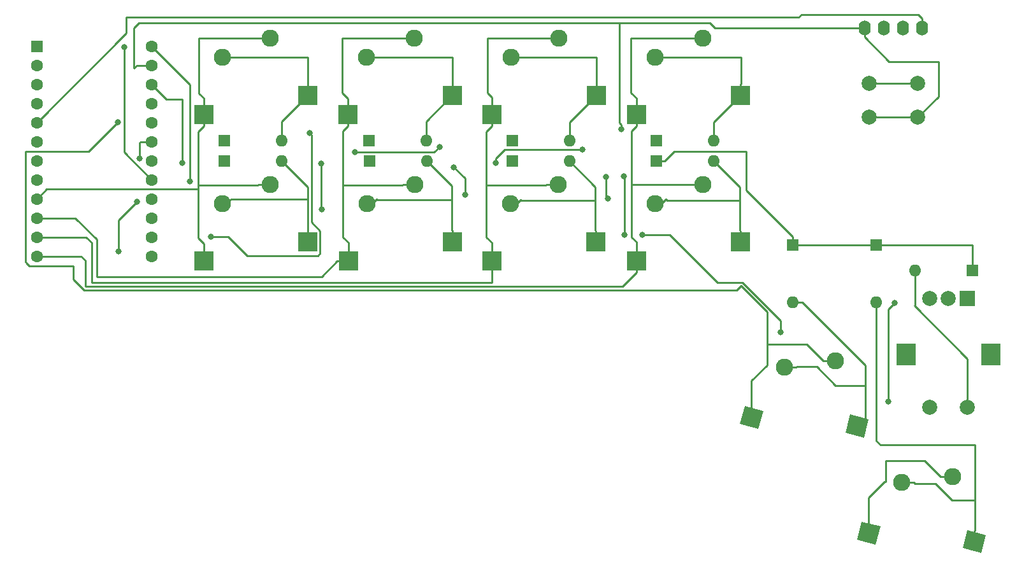
<source format=gbr>
G04 #@! TF.GenerationSoftware,KiCad,Pcbnew,(5.1.4)-1*
G04 #@! TF.CreationDate,2021-07-29T18:33:23-04:00*
G04 #@! TF.ProjectId,chayzer,63686179-7a65-4722-9e6b-696361645f70,rev?*
G04 #@! TF.SameCoordinates,Original*
G04 #@! TF.FileFunction,Copper,L2,Bot*
G04 #@! TF.FilePolarity,Positive*
%FSLAX46Y46*%
G04 Gerber Fmt 4.6, Leading zero omitted, Abs format (unit mm)*
G04 Created by KiCad (PCBNEW (5.1.4)-1) date 2021-07-29 18:33:23*
%MOMM*%
%LPD*%
G04 APERTURE LIST*
%ADD10R,2.550000X2.500000*%
%ADD11C,2.286000*%
%ADD12C,1.600000*%
%ADD13R,1.600000X1.600000*%
%ADD14C,2.500000*%
%ADD15C,0.100000*%
%ADD16C,2.000000*%
%ADD17R,2.000000X2.000000*%
%ADD18R,2.500000X3.000000*%
%ADD19O,1.600000X2.000000*%
%ADD20O,1.600000X1.600000*%
%ADD21C,0.800000*%
%ADD22C,0.250000*%
G04 APERTURE END LIST*
D10*
X179935000Y-79540000D03*
D11*
X168565000Y-74460000D03*
X174915000Y-71920000D03*
D10*
X166085000Y-82080000D03*
D12*
X101687500Y-72967500D03*
X101687500Y-75507500D03*
X101687500Y-78047500D03*
X101687500Y-80587500D03*
X101687500Y-83127500D03*
X101687500Y-85667500D03*
X101687500Y-88207500D03*
X101687500Y-90747500D03*
X101687500Y-93287500D03*
X101687500Y-95827500D03*
X101687500Y-98367500D03*
X101687500Y-100907500D03*
X86447500Y-100907500D03*
X86447500Y-98367500D03*
X86447500Y-95827500D03*
X86447500Y-93287500D03*
X86447500Y-90747500D03*
X86447500Y-88207500D03*
X86447500Y-85667500D03*
X86447500Y-83127500D03*
X86447500Y-80587500D03*
X86447500Y-78047500D03*
X86447500Y-75507500D03*
D13*
X86447500Y-72967500D03*
D14*
X210988749Y-138878874D03*
D15*
G36*
X209433670Y-139756287D02*
G01*
X210080717Y-137341472D01*
X212543828Y-138001461D01*
X211896781Y-140416276D01*
X209433670Y-139756287D01*
X209433670Y-139756287D01*
G37*
D11*
X201320973Y-131029198D03*
X208112002Y-130219247D03*
D14*
X196953276Y-137747681D03*
D15*
G36*
X195398197Y-138625094D02*
G01*
X196045244Y-136210279D01*
X198508355Y-136870268D01*
X197861308Y-139285083D01*
X195398197Y-138625094D01*
X195398197Y-138625094D01*
G37*
D16*
X203500000Y-82437500D03*
X203500000Y-77937500D03*
X197000000Y-82437500D03*
X197000000Y-77937500D03*
D17*
X210056250Y-106500000D03*
D16*
X207556250Y-106500000D03*
X205056250Y-106500000D03*
D18*
X213156250Y-114000000D03*
X201956250Y-114000000D03*
D16*
X210056250Y-121000000D03*
X205056250Y-121000000D03*
D19*
X198951250Y-70525000D03*
X196411250Y-70525000D03*
X201491250Y-70525000D03*
X204031250Y-70525000D03*
D10*
X160716250Y-99040000D03*
D11*
X149346250Y-93960000D03*
X155696250Y-91420000D03*
D10*
X146866250Y-101580000D03*
X141622500Y-79540000D03*
D11*
X130252500Y-74460000D03*
X136602500Y-71920000D03*
D10*
X127772500Y-82080000D03*
D14*
X195426249Y-123503874D03*
D15*
G36*
X193871170Y-124381287D02*
G01*
X194518217Y-121966472D01*
X196981328Y-122626461D01*
X196334281Y-125041276D01*
X193871170Y-124381287D01*
X193871170Y-124381287D01*
G37*
D11*
X185758473Y-115654198D03*
X192549502Y-114844247D03*
D14*
X181390776Y-122372681D03*
D15*
G36*
X179835697Y-123250094D02*
G01*
X180482744Y-120835279D01*
X182945855Y-121495268D01*
X182298808Y-123910083D01*
X179835697Y-123250094D01*
X179835697Y-123250094D01*
G37*
D10*
X122466250Y-79540000D03*
D11*
X111096250Y-74460000D03*
X117446250Y-71920000D03*
D10*
X108616250Y-82080000D03*
X160778750Y-79540000D03*
D11*
X149408750Y-74460000D03*
X155758750Y-71920000D03*
D10*
X146928750Y-82080000D03*
X122466250Y-99040000D03*
D11*
X111096250Y-93960000D03*
X117446250Y-91420000D03*
D10*
X108616250Y-101580000D03*
X141685000Y-99040000D03*
D11*
X130315000Y-93960000D03*
X136665000Y-91420000D03*
D10*
X127835000Y-101580000D03*
X179935000Y-99040000D03*
D11*
X168565000Y-93960000D03*
X174915000Y-91420000D03*
D10*
X166085000Y-101580000D03*
D20*
X157213750Y-88250000D03*
D13*
X149593750Y-88250000D03*
D20*
X138182500Y-85531250D03*
D13*
X130562500Y-85531250D03*
D20*
X186906250Y-107026250D03*
D13*
X186906250Y-99406250D03*
D20*
X118963750Y-85531250D03*
D13*
X111343750Y-85531250D03*
D20*
X157213750Y-85531250D03*
D13*
X149593750Y-85531250D03*
D20*
X118963750Y-88250000D03*
D13*
X111343750Y-88250000D03*
D20*
X138250000Y-88250000D03*
D13*
X130630000Y-88250000D03*
D20*
X176406250Y-88250000D03*
D13*
X168786250Y-88250000D03*
D20*
X203098750Y-102781250D03*
D13*
X210718750Y-102781250D03*
D20*
X197968750Y-107026250D03*
D13*
X197968750Y-99406250D03*
D20*
X176406250Y-85531250D03*
D13*
X168786250Y-85531250D03*
D21*
X97281250Y-100250000D03*
X99718750Y-93687500D03*
X97187500Y-83093750D03*
X164062500Y-84000000D03*
X128718750Y-87093750D03*
X139968750Y-86343750D03*
X106781250Y-90937500D03*
X200437500Y-107156250D03*
X199593750Y-120281250D03*
X124218750Y-88618750D03*
X124289641Y-94664641D03*
X141843750Y-89062500D03*
X143343750Y-92718750D03*
X162093750Y-90375000D03*
X162281250Y-93281250D03*
X122718750Y-84562500D03*
X109593750Y-98343750D03*
X147375000Y-88500000D03*
X158906250Y-86718750D03*
X185250000Y-111000000D03*
X166875000Y-98062500D03*
X164531250Y-98062500D03*
X164437500Y-90281250D03*
X98029222Y-73060472D03*
X100093750Y-87875000D03*
X105718750Y-88531250D03*
D22*
X179910000Y-79540000D02*
X179935000Y-79540000D01*
X176406250Y-83043750D02*
X179910000Y-79540000D01*
X176406250Y-85531250D02*
X176406250Y-83043750D01*
X179935000Y-78040000D02*
X179968750Y-78006250D01*
X179935000Y-79540000D02*
X179935000Y-78040000D01*
X179968750Y-78006250D02*
X179968750Y-74468750D01*
X179960000Y-74460000D02*
X168565000Y-74460000D01*
X179968750Y-74468750D02*
X179960000Y-74460000D01*
X197968750Y-125468750D02*
X197968750Y-107026250D01*
X198531250Y-126031250D02*
X197968750Y-125468750D01*
X211093750Y-126031250D02*
X198531250Y-126031250D01*
X210988749Y-138878874D02*
X210988749Y-137484779D01*
X210988749Y-137484779D02*
X211093750Y-137379778D01*
X208000000Y-133343750D02*
X211093750Y-133343750D01*
X211093750Y-133343750D02*
X211093750Y-126031250D01*
X211093750Y-137379778D02*
X211093750Y-133343750D01*
X201320973Y-131029198D02*
X202937419Y-131029198D01*
X202937419Y-131029198D02*
X203095721Y-131187500D01*
X203095721Y-131187500D02*
X205843750Y-131187500D01*
X205843750Y-131187500D02*
X208000000Y-133343750D01*
X187956250Y-99406250D02*
X197968750Y-99406250D01*
X186906250Y-99406250D02*
X187956250Y-99406250D01*
X210718750Y-99406250D02*
X210718750Y-102781250D01*
X197968750Y-99406250D02*
X210718750Y-99406250D01*
X186906250Y-98356250D02*
X180718750Y-92168750D01*
X186906250Y-99406250D02*
X186906250Y-98356250D01*
X180718750Y-92168750D02*
X180718750Y-86937500D01*
X169836250Y-88250000D02*
X168786250Y-88250000D01*
X171148750Y-86937500D02*
X169836250Y-88250000D01*
X180718750Y-86937500D02*
X171148750Y-86937500D01*
X210056250Y-121000000D02*
X210056250Y-114556250D01*
X210056250Y-114556250D02*
X203000000Y-107500000D01*
X203098750Y-107401250D02*
X203098750Y-102781250D01*
X203000000Y-107500000D02*
X203098750Y-107401250D01*
X179875000Y-91718750D02*
X176406250Y-88250000D01*
X179935000Y-99040000D02*
X179935000Y-97540000D01*
X179935000Y-97540000D02*
X179875000Y-97480000D01*
X168565000Y-93960000D02*
X169383750Y-93960000D01*
X169383750Y-93960000D02*
X170031250Y-93312500D01*
X170218750Y-93500000D02*
X179875000Y-93500000D01*
X170031250Y-93312500D02*
X170218750Y-93500000D01*
X179875000Y-97480000D02*
X179875000Y-93500000D01*
X179875000Y-93500000D02*
X179875000Y-91718750D01*
X141531250Y-91531250D02*
X138250000Y-88250000D01*
X141685000Y-99040000D02*
X141685000Y-97540000D01*
X141685000Y-97540000D02*
X141531250Y-97386250D01*
X130315000Y-93960000D02*
X130946250Y-93960000D01*
X130946250Y-93960000D02*
X131593750Y-93312500D01*
X131687500Y-93406250D02*
X141531250Y-93406250D01*
X131593750Y-93312500D02*
X131687500Y-93406250D01*
X141531250Y-97386250D02*
X141531250Y-93406250D01*
X141531250Y-93406250D02*
X141531250Y-91531250D01*
X122466250Y-91752500D02*
X118963750Y-88250000D01*
X111096250Y-93960000D02*
X111633750Y-93960000D01*
X111633750Y-93960000D02*
X112281250Y-93312500D01*
X112315000Y-93346250D02*
X122466250Y-93346250D01*
X112281250Y-93312500D02*
X112315000Y-93346250D01*
X122466250Y-99040000D02*
X122466250Y-93346250D01*
X122466250Y-93346250D02*
X122466250Y-91752500D01*
X160753750Y-79540000D02*
X160778750Y-79540000D01*
X157213750Y-83080000D02*
X160753750Y-79540000D01*
X157213750Y-85531250D02*
X157213750Y-83080000D01*
X160778750Y-78040000D02*
X160750000Y-78011250D01*
X160778750Y-79540000D02*
X160778750Y-78040000D01*
X160750000Y-78011250D02*
X160750000Y-74468750D01*
X160741250Y-74460000D02*
X149408750Y-74460000D01*
X160750000Y-74468750D02*
X160741250Y-74460000D01*
X122466250Y-77739666D02*
X122406250Y-77679666D01*
X122466250Y-79540000D02*
X122466250Y-77739666D01*
X122406250Y-77679666D02*
X122406250Y-74468750D01*
X122397500Y-74460000D02*
X111096250Y-74460000D01*
X122406250Y-74468750D02*
X122397500Y-74460000D01*
X122441250Y-79540000D02*
X122466250Y-79540000D01*
X118963750Y-83017500D02*
X122441250Y-79540000D01*
X118963750Y-85531250D02*
X118963750Y-83017500D01*
X195426249Y-123503874D02*
X196517579Y-122412544D01*
X188151250Y-107026250D02*
X186906250Y-107026250D01*
X196517579Y-115392579D02*
X188151250Y-107026250D01*
X192580079Y-118111329D02*
X196517579Y-118111329D01*
X196517579Y-122412544D02*
X196517579Y-118111329D01*
X185758473Y-115654198D02*
X187374919Y-115654198D01*
X196517579Y-118111329D02*
X196517579Y-115392579D01*
X187374919Y-115654198D02*
X187404117Y-115625000D01*
X187404117Y-115625000D02*
X190093750Y-115625000D01*
X190093750Y-115625000D02*
X192580079Y-118111329D01*
X141597500Y-79540000D02*
X141622500Y-79540000D01*
X138182500Y-82955000D02*
X141597500Y-79540000D01*
X138182500Y-85531250D02*
X138182500Y-82955000D01*
X141622500Y-78040000D02*
X141625000Y-78037500D01*
X141622500Y-79540000D02*
X141622500Y-78040000D01*
X141625000Y-78037500D02*
X141625000Y-74468750D01*
X141616250Y-74460000D02*
X130252500Y-74460000D01*
X141625000Y-74468750D02*
X141616250Y-74460000D01*
X160656250Y-91692500D02*
X157213750Y-88250000D01*
X160716250Y-99040000D02*
X160716250Y-97540000D01*
X160716250Y-97540000D02*
X160656250Y-97480000D01*
X149346250Y-93960000D02*
X150165000Y-93960000D01*
X150165000Y-93960000D02*
X150718750Y-93406250D01*
X150812500Y-93500000D02*
X160656250Y-93500000D01*
X150718750Y-93406250D02*
X150812500Y-93500000D01*
X160656250Y-97480000D02*
X160656250Y-93500000D01*
X160656250Y-93500000D02*
X160656250Y-91692500D01*
X173298554Y-71920000D02*
X173281054Y-71937500D01*
X174915000Y-71920000D02*
X173298554Y-71920000D01*
X173281054Y-71937500D02*
X165343750Y-71937500D01*
X165343750Y-71937500D02*
X165343750Y-79156250D01*
X166085000Y-80580000D02*
X166085000Y-82080000D01*
X166085000Y-79897500D02*
X166085000Y-80580000D01*
X165343750Y-79156250D02*
X166085000Y-79897500D01*
X174915000Y-91420000D02*
X165420000Y-91420000D01*
X165420000Y-91420000D02*
X165437500Y-91437500D01*
X166085000Y-99022500D02*
X166085000Y-101580000D01*
X165437500Y-98375000D02*
X166085000Y-99022500D01*
X165437500Y-84227500D02*
X165437500Y-91718750D01*
X166085000Y-83580000D02*
X165437500Y-84227500D01*
X166085000Y-82080000D02*
X166085000Y-83580000D01*
X165437500Y-91437500D02*
X165437500Y-91718750D01*
X165437500Y-91718750D02*
X165437500Y-98375000D01*
X92313750Y-100907500D02*
X86447500Y-100907500D01*
X92875000Y-101468750D02*
X92313750Y-100907500D01*
X92875000Y-104937500D02*
X92875000Y-101468750D01*
X164227500Y-104937500D02*
X92875000Y-104937500D01*
X166085000Y-101580000D02*
X166085000Y-103080000D01*
X166085000Y-103080000D02*
X164227500Y-104937500D01*
X196953276Y-133046724D02*
X196953276Y-137747681D01*
X206495556Y-130219247D02*
X204370059Y-128093750D01*
X204370059Y-128093750D02*
X199187500Y-128093750D01*
X208112002Y-130219247D02*
X206495556Y-130219247D01*
X199187500Y-128093750D02*
X199187500Y-130906250D01*
X199187500Y-130906250D02*
X199093750Y-130906250D01*
X199093750Y-130906250D02*
X196953276Y-133046724D01*
X97281250Y-100250000D02*
X97281250Y-96125000D01*
X97281250Y-96125000D02*
X99718750Y-93687500D01*
X134986054Y-71920000D02*
X134968554Y-71937500D01*
X136602500Y-71920000D02*
X134986054Y-71920000D01*
X134968554Y-71937500D02*
X127000000Y-71937500D01*
X127000000Y-71937500D02*
X127000000Y-79156250D01*
X127772500Y-79928750D02*
X127772500Y-82080000D01*
X127000000Y-79156250D02*
X127772500Y-79928750D01*
X135048554Y-91420000D02*
X135031054Y-91437500D01*
X136665000Y-91420000D02*
X135048554Y-91420000D01*
X135031054Y-91437500D02*
X127093750Y-91437500D01*
X127835000Y-99116250D02*
X127835000Y-101580000D01*
X127093750Y-98375000D02*
X127835000Y-99116250D01*
X127093750Y-84258750D02*
X127093750Y-91531250D01*
X127772500Y-83580000D02*
X127093750Y-84258750D01*
X127772500Y-82080000D02*
X127772500Y-83580000D01*
X127093750Y-91437500D02*
X127093750Y-91531250D01*
X127093750Y-91531250D02*
X127093750Y-98375000D01*
X91546250Y-95827500D02*
X86447500Y-95827500D01*
X94375000Y-98656250D02*
X91546250Y-95827500D01*
X94375000Y-103625000D02*
X94375000Y-98656250D01*
X124265000Y-103625000D02*
X94375000Y-103625000D01*
X127835000Y-101580000D02*
X126310000Y-101580000D01*
X126310000Y-101580000D02*
X124265000Y-103625000D01*
X117446250Y-71920000D02*
X107951250Y-71920000D01*
X107951250Y-71920000D02*
X107968750Y-71937500D01*
X107968750Y-71937500D02*
X107968750Y-79250000D01*
X108616250Y-79897500D02*
X108616250Y-82080000D01*
X107968750Y-79250000D02*
X108616250Y-79897500D01*
X115829804Y-91420000D02*
X115812304Y-91437500D01*
X117446250Y-91420000D02*
X115829804Y-91420000D01*
X115812304Y-91437500D02*
X107875000Y-91437500D01*
X108616250Y-99210000D02*
X108616250Y-101580000D01*
X107875000Y-98468750D02*
X108616250Y-99210000D01*
X107875000Y-84321250D02*
X107875000Y-91625000D01*
X108616250Y-83580000D02*
X107875000Y-84321250D01*
X108616250Y-82080000D02*
X108616250Y-83580000D01*
X107875000Y-91437500D02*
X107875000Y-91625000D01*
X87735000Y-92000000D02*
X86447500Y-93287500D01*
X107875000Y-92000000D02*
X87735000Y-92000000D01*
X107875000Y-92000000D02*
X107875000Y-98468750D01*
X107875000Y-91625000D02*
X107875000Y-92000000D01*
X154142304Y-71920000D02*
X154124804Y-71937500D01*
X155758750Y-71920000D02*
X154142304Y-71920000D01*
X154124804Y-71937500D02*
X146312500Y-71937500D01*
X146312500Y-71937500D02*
X146312500Y-79156250D01*
X146928750Y-79772500D02*
X146928750Y-82080000D01*
X146312500Y-79156250D02*
X146928750Y-79772500D01*
X154079804Y-91420000D02*
X154062304Y-91437500D01*
X155696250Y-91420000D02*
X154079804Y-91420000D01*
X154062304Y-91437500D02*
X146125000Y-91437500D01*
X146866250Y-99116250D02*
X146866250Y-101580000D01*
X146125000Y-98375000D02*
X146866250Y-99116250D01*
X146125000Y-84383750D02*
X146125000Y-91718750D01*
X146928750Y-83580000D02*
X146125000Y-84383750D01*
X146928750Y-82080000D02*
X146928750Y-83580000D01*
X146125000Y-91437500D02*
X146125000Y-91718750D01*
X146125000Y-91718750D02*
X146125000Y-98375000D01*
X92961250Y-98367500D02*
X86447500Y-98367500D01*
X146866250Y-101580000D02*
X146866250Y-103080000D01*
X146875000Y-104375000D02*
X93718750Y-104375000D01*
X146875000Y-103088750D02*
X146875000Y-104375000D01*
X93718750Y-104375000D02*
X93718750Y-99125000D01*
X146866250Y-103080000D02*
X146875000Y-103088750D01*
X93718750Y-99125000D02*
X92961250Y-98367500D01*
X181390776Y-117484224D02*
X181390776Y-122372681D01*
X183437500Y-115437500D02*
X181390776Y-117484224D01*
X183437500Y-112625000D02*
X183437500Y-115437500D01*
X188713809Y-112625000D02*
X183437500Y-112625000D01*
X192549502Y-114844247D02*
X190933056Y-114844247D01*
X190933056Y-114844247D02*
X188713809Y-112625000D01*
X179968750Y-104843750D02*
X179406250Y-105406250D01*
X131031250Y-105406250D02*
X122500000Y-105406250D01*
X183437500Y-112625000D02*
X183437500Y-108312500D01*
X179406250Y-105406250D02*
X163656250Y-105406250D01*
X183437500Y-108312500D02*
X179968750Y-104843750D01*
X122500000Y-105406250D02*
X105693750Y-105406250D01*
X163656250Y-105406250D02*
X131031250Y-105406250D01*
X92687500Y-105406250D02*
X91281250Y-104000000D01*
X91281250Y-104000000D02*
X91281250Y-103062500D01*
X105693750Y-105406250D02*
X92687500Y-105406250D01*
X91281250Y-103062500D02*
X91281250Y-102218750D01*
X91281250Y-102218750D02*
X85468750Y-102218750D01*
X85468750Y-102218750D02*
X85093750Y-101843750D01*
X85093750Y-101843750D02*
X84906250Y-101656250D01*
X84906250Y-101656250D02*
X84906250Y-92000000D01*
X84906250Y-92000000D02*
X84906250Y-87125000D01*
X84906250Y-87125000D02*
X84906250Y-86937500D01*
X84906250Y-86937500D02*
X93343750Y-86937500D01*
X93343750Y-86937500D02*
X97187500Y-83093750D01*
X206218750Y-79718750D02*
X203500000Y-82437500D01*
X206218750Y-75031250D02*
X206218750Y-79718750D01*
X199667500Y-75031250D02*
X206218750Y-75031250D01*
X196411250Y-70525000D02*
X196411250Y-71775000D01*
X196411250Y-71775000D02*
X199667500Y-75031250D01*
X198414213Y-82437500D02*
X203500000Y-82437500D01*
X197000000Y-82437500D02*
X198414213Y-82437500D01*
X99711250Y-75507500D02*
X101687500Y-75507500D01*
X176493750Y-70525000D02*
X175843750Y-69875000D01*
X196411250Y-70525000D02*
X176493750Y-70525000D01*
X100000000Y-69875000D02*
X99343750Y-70531250D01*
X99343750Y-70531250D02*
X99343750Y-75875000D01*
X99343750Y-75875000D02*
X99711250Y-75507500D01*
X163812500Y-83184315D02*
X163812500Y-69875000D01*
X164062500Y-83434315D02*
X163812500Y-83184315D01*
X164062500Y-84000000D02*
X164062500Y-83434315D01*
X175843750Y-69875000D02*
X163812500Y-69875000D01*
X163812500Y-69875000D02*
X100000000Y-69875000D01*
X98312500Y-71262500D02*
X86447500Y-83127500D01*
X204031250Y-69275000D02*
X203506250Y-68750000D01*
X203506250Y-68750000D02*
X188031250Y-68750000D01*
X188031250Y-68750000D02*
X187656250Y-69125000D01*
X187656250Y-69125000D02*
X98312500Y-69125000D01*
X204031250Y-70525000D02*
X204031250Y-69275000D01*
X98312500Y-69125000D02*
X98312500Y-71262500D01*
X128718750Y-87093750D02*
X139218750Y-87093750D01*
X139218750Y-87093750D02*
X139968750Y-86343750D01*
X106781250Y-78936248D02*
X106781250Y-90937500D01*
X101687500Y-72967500D02*
X106781250Y-78061250D01*
X106781250Y-78061250D02*
X106781250Y-78936248D01*
X200437500Y-107156250D02*
X199593750Y-108000000D01*
X199593750Y-108000000D02*
X199593750Y-120281250D01*
X124218750Y-94593750D02*
X124289641Y-94664641D01*
X124218750Y-88618750D02*
X124218750Y-94593750D01*
X141843750Y-89062500D02*
X143343750Y-90562500D01*
X143343750Y-90562500D02*
X143343750Y-92718750D01*
X162093750Y-90375000D02*
X162093750Y-93093750D01*
X162093750Y-93093750D02*
X162281250Y-93281250D01*
X114352253Y-100865001D02*
X111831002Y-98343750D01*
X122916260Y-84760010D02*
X122916260Y-96380008D01*
X122718750Y-84562500D02*
X122916260Y-84760010D01*
X122916260Y-96380008D02*
X124066251Y-97529999D01*
X111831002Y-98343750D02*
X109593750Y-98343750D01*
X124066251Y-97529999D02*
X124066251Y-100550001D01*
X124066251Y-100550001D02*
X123751251Y-100865001D01*
X123751251Y-100865001D02*
X114352253Y-100865001D01*
X148590565Y-86718750D02*
X158906250Y-86718750D01*
X147375000Y-88500000D02*
X147375000Y-87934315D01*
X147375000Y-87934315D02*
X148590565Y-86718750D01*
X170505526Y-98062500D02*
X166875000Y-98062500D01*
X176836767Y-104393741D02*
X170505526Y-98062500D01*
X180155151Y-104393741D02*
X176836767Y-104393741D01*
X185250000Y-111000000D02*
X185250000Y-109488590D01*
X185250000Y-109488590D02*
X180155151Y-104393741D01*
X164531250Y-98062500D02*
X164531250Y-90375000D01*
X164531250Y-90375000D02*
X164437500Y-90281250D01*
X98029222Y-87089222D02*
X101687500Y-90747500D01*
X98029222Y-73060472D02*
X98029222Y-87089222D01*
X100093750Y-87875000D02*
X100093750Y-85812500D01*
X100238750Y-85667500D02*
X101687500Y-85667500D01*
X100093750Y-85812500D02*
X100238750Y-85667500D01*
X202085787Y-77937500D02*
X197000000Y-77937500D01*
X203500000Y-77937500D02*
X202085787Y-77937500D01*
X103640000Y-80000000D02*
X101687500Y-78047500D01*
X105718750Y-88531250D02*
X105718750Y-80000000D01*
X105718750Y-80000000D02*
X103640000Y-80000000D01*
M02*

</source>
